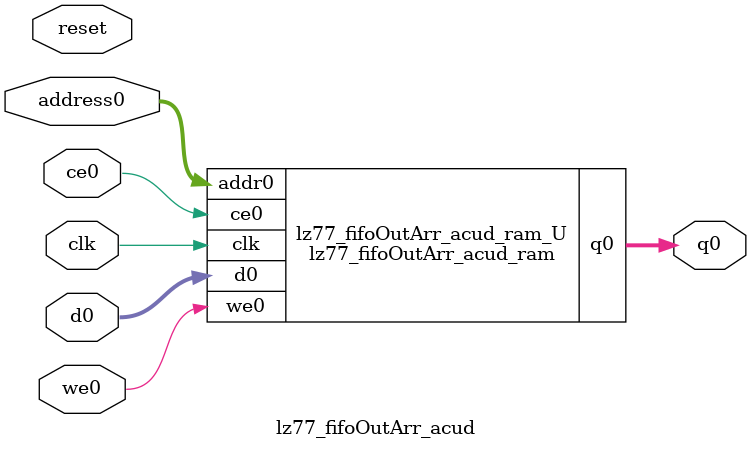
<source format=v>
`timescale 1 ns / 1 ps
module lz77_fifoOutArr_acud_ram (addr0, ce0, d0, we0, q0,  clk);

parameter DWIDTH = 8;
parameter AWIDTH = 13;
parameter MEM_SIZE = 8192;

input[AWIDTH-1:0] addr0;
input ce0;
input[DWIDTH-1:0] d0;
input we0;
output reg[DWIDTH-1:0] q0;
input clk;

(* ram_style = "block" *)reg [DWIDTH-1:0] ram[0:MEM_SIZE-1];




always @(posedge clk)  
begin 
    if (ce0) 
    begin
        if (we0) 
        begin 
            ram[addr0] <= d0; 
        end 
        q0 <= ram[addr0];
    end
end


endmodule

`timescale 1 ns / 1 ps
module lz77_fifoOutArr_acud(
    reset,
    clk,
    address0,
    ce0,
    we0,
    d0,
    q0);

parameter DataWidth = 32'd8;
parameter AddressRange = 32'd8192;
parameter AddressWidth = 32'd13;
input reset;
input clk;
input[AddressWidth - 1:0] address0;
input ce0;
input we0;
input[DataWidth - 1:0] d0;
output[DataWidth - 1:0] q0;



lz77_fifoOutArr_acud_ram lz77_fifoOutArr_acud_ram_U(
    .clk( clk ),
    .addr0( address0 ),
    .ce0( ce0 ),
    .we0( we0 ),
    .d0( d0 ),
    .q0( q0 ));

endmodule


</source>
